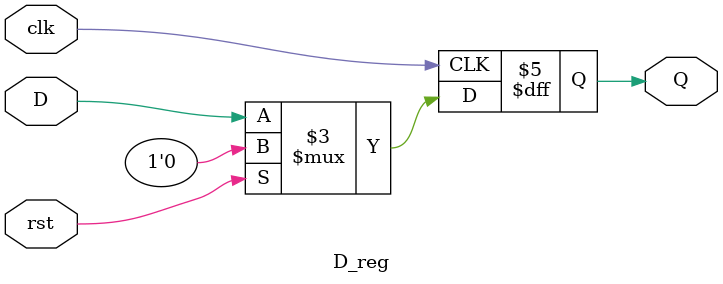
<source format=v>
`timescale 1ns / 1ps


module D_reg(
    input D,
    output reg Q,
    input rst,
    input clk
    );






   always @(posedge clk)
      if (rst) begin
         Q <= 1'b0;
      end else begin
         Q <= D;
      end
						
				endmodule
</source>
